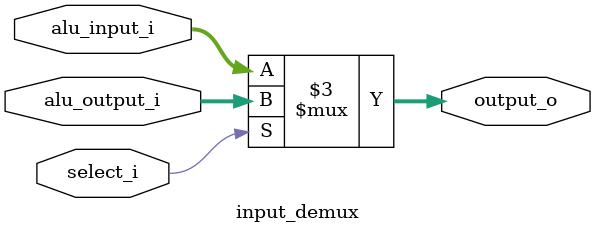
<source format=v>
module input_demux (
  input [63:0] alu_input_i,
  input [63:0] alu_output_i,

  input select_i,

  output reg [63:0] output_o
);

always @(*) begin
  if (select_i)
    output_o = alu_output_i;
  else
    output_o = alu_input_i;
  end
endmodule

</source>
